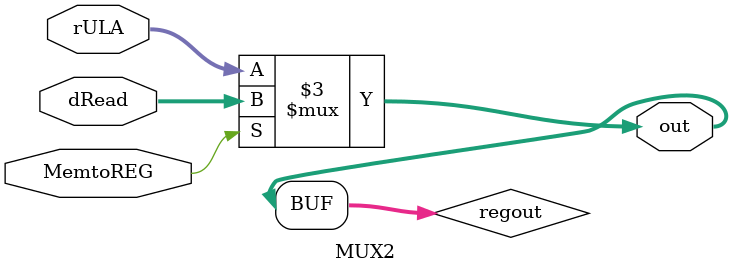
<source format=v>
module MUX2 (
  input wire [7:0] dRead,
  input wire [7:0] rULA,
  output wire [7:0] out,
  input MemtoREG
);
  reg [7:0] regout;
  
  always @(dRead or rULA or MemtoREG)
    begin
        regout = rULA;
        if (MemtoREG) begin
            regout = dRead;
        end 
    end
  assign out = regout;
endmodule

</source>
